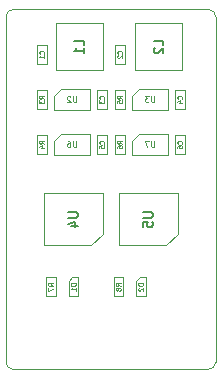
<source format=gbr>
%TF.GenerationSoftware,KiCad,Pcbnew,5.1.5+dfsg1-2~bpo10+1*%
%TF.CreationDate,Date%
%TF.ProjectId,ProMicro_ANA,50726f4d-6963-4726-9f5f-414e412e6b69,v1.0*%
%TF.SameCoordinates,Original*%
%TF.FileFunction,Other,Fab,Bot*%
%FSLAX45Y45*%
G04 Gerber Fmt 4.5, Leading zero omitted, Abs format (unit mm)*
G04 Created by KiCad*
%MOMM*%
%LPD*%
G04 APERTURE LIST*
%ADD10C,0.100000*%
%ADD11C,0.200000*%
%ADD12C,0.060000*%
%ADD13C,0.075000*%
G04 APERTURE END LIST*
D10*
X-63500Y-127000D02*
G75*
G02X-127000Y-63500I0J63500D01*
G01*
X1651000Y-63500D02*
G75*
G02X1587500Y-127000I-63500J0D01*
G01*
X1587500Y2921000D02*
G75*
G02X1651000Y2857500I0J-63500D01*
G01*
X-127000Y2857500D02*
G75*
G02X-63500Y2921000I63500J0D01*
G01*
X-127000Y-63500D02*
X-127000Y2857500D01*
X1587500Y-127000D02*
X-63500Y-127000D01*
X1651000Y2857500D02*
X1651000Y-63500D01*
X-63500Y2921000D02*
X1587500Y2921000D01*
X968400Y2403500D02*
X1368400Y2403500D01*
X968400Y2803500D02*
X1368400Y2803500D01*
X968400Y2803500D02*
X968400Y2403500D01*
X1368400Y2403500D02*
X1368400Y2803500D01*
X295300Y2403500D02*
X695300Y2403500D01*
X295300Y2803500D02*
X695300Y2803500D01*
X295300Y2803500D02*
X295300Y2403500D01*
X695300Y2403500D02*
X695300Y2803500D01*
X1306200Y2239000D02*
X1306200Y2079000D01*
X1386200Y2239000D02*
X1306200Y2239000D01*
X1386200Y2079000D02*
X1386200Y2239000D01*
X1306200Y2079000D02*
X1386200Y2079000D01*
X645800Y2239000D02*
X645800Y2079000D01*
X725800Y2239000D02*
X645800Y2239000D01*
X725800Y2079000D02*
X725800Y2239000D01*
X645800Y2079000D02*
X725800Y2079000D01*
X878200Y2460000D02*
X878200Y2620000D01*
X798200Y2460000D02*
X878200Y2460000D01*
X798200Y2620000D02*
X798200Y2460000D01*
X878200Y2620000D02*
X798200Y2620000D01*
X217800Y2460000D02*
X217800Y2620000D01*
X137800Y2460000D02*
X217800Y2460000D01*
X137800Y2620000D02*
X137800Y2460000D01*
X217800Y2620000D02*
X137800Y2620000D01*
X937200Y1688000D02*
X1247200Y1688000D01*
X1247200Y1688000D02*
X1247200Y1868000D01*
X1002200Y1868000D02*
X1247200Y1868000D01*
X937200Y1688000D02*
X937200Y1803000D01*
X1002200Y1868000D02*
X937200Y1803000D01*
X276800Y1688000D02*
X586800Y1688000D01*
X586800Y1688000D02*
X586800Y1868000D01*
X341800Y1868000D02*
X586800Y1868000D01*
X276800Y1688000D02*
X276800Y1803000D01*
X341800Y1868000D02*
X276800Y1803000D01*
X937200Y2069000D02*
X1247200Y2069000D01*
X1247200Y2069000D02*
X1247200Y2249000D01*
X1002200Y2249000D02*
X1247200Y2249000D01*
X937200Y2069000D02*
X937200Y2184000D01*
X1002200Y2249000D02*
X937200Y2184000D01*
X276800Y2069000D02*
X586800Y2069000D01*
X586800Y2069000D02*
X586800Y2249000D01*
X341800Y2249000D02*
X586800Y2249000D01*
X276800Y2069000D02*
X276800Y2184000D01*
X341800Y2249000D02*
X276800Y2184000D01*
X798200Y1858000D02*
X798200Y1698000D01*
X878200Y1858000D02*
X798200Y1858000D01*
X878200Y1698000D02*
X878200Y1858000D01*
X798200Y1698000D02*
X878200Y1698000D01*
X798200Y2239000D02*
X798200Y2079000D01*
X878200Y2239000D02*
X798200Y2239000D01*
X878200Y2079000D02*
X878200Y2239000D01*
X798200Y2079000D02*
X878200Y2079000D01*
X137800Y1858000D02*
X137800Y1698000D01*
X217800Y1858000D02*
X137800Y1858000D01*
X217800Y1698000D02*
X217800Y1858000D01*
X137800Y1698000D02*
X217800Y1698000D01*
X137800Y2239000D02*
X137800Y2079000D01*
X217800Y2239000D02*
X137800Y2239000D01*
X217800Y2079000D02*
X217800Y2239000D01*
X137800Y2079000D02*
X217800Y2079000D01*
X1056000Y491500D02*
X976000Y491500D01*
X1056000Y651500D02*
X1056000Y491500D01*
X1006000Y651500D02*
X1056000Y651500D01*
X976000Y621500D02*
X1006000Y651500D01*
X976000Y491500D02*
X976000Y621500D01*
X484500Y491500D02*
X404500Y491500D01*
X484500Y651500D02*
X484500Y491500D01*
X434500Y651500D02*
X484500Y651500D01*
X404500Y621500D02*
X434500Y651500D01*
X404500Y491500D02*
X404500Y621500D01*
X785500Y651500D02*
X785500Y491500D01*
X865500Y651500D02*
X785500Y651500D01*
X865500Y491500D02*
X865500Y651500D01*
X785500Y491500D02*
X865500Y491500D01*
X214000Y651500D02*
X214000Y491500D01*
X294000Y651500D02*
X214000Y651500D01*
X294000Y491500D02*
X294000Y651500D01*
X214000Y491500D02*
X294000Y491500D01*
X1386200Y1698000D02*
X1386200Y1858000D01*
X1306200Y1698000D02*
X1386200Y1698000D01*
X1306200Y1858000D02*
X1306200Y1698000D01*
X1386200Y1858000D02*
X1306200Y1858000D01*
X725800Y1698000D02*
X725800Y1858000D01*
X645800Y1698000D02*
X725800Y1698000D01*
X645800Y1858000D02*
X645800Y1698000D01*
X725800Y1858000D02*
X645800Y1858000D01*
X1229500Y923000D02*
X1329500Y1023000D01*
X829500Y923000D02*
X1229500Y923000D01*
X829500Y1363000D02*
X829500Y923000D01*
X1329500Y1363000D02*
X829500Y1363000D01*
X1329500Y1023000D02*
X1329500Y1363000D01*
X594500Y923000D02*
X694500Y1023000D01*
X194500Y923000D02*
X594500Y923000D01*
X194500Y1363000D02*
X194500Y923000D01*
X694500Y1363000D02*
X194500Y1363000D01*
X694500Y1023000D02*
X694500Y1363000D01*
D11*
X1204590Y2616833D02*
X1204590Y2654929D01*
X1124590Y2654929D01*
X1132210Y2593976D02*
X1128400Y2590167D01*
X1124590Y2582548D01*
X1124590Y2563500D01*
X1128400Y2555881D01*
X1132210Y2552072D01*
X1139829Y2548262D01*
X1147448Y2548262D01*
X1158876Y2552072D01*
X1204590Y2597786D01*
X1204590Y2548262D01*
X531490Y2616833D02*
X531490Y2654929D01*
X451490Y2654929D01*
X531490Y2548262D02*
X531490Y2593976D01*
X531490Y2571119D02*
X451490Y2571119D01*
X462919Y2578738D01*
X470538Y2586357D01*
X474348Y2593976D01*
D12*
X1360486Y2165667D02*
X1362390Y2167572D01*
X1364295Y2173286D01*
X1364295Y2177095D01*
X1362390Y2182810D01*
X1358581Y2186619D01*
X1354771Y2188524D01*
X1347152Y2190429D01*
X1341438Y2190429D01*
X1333819Y2188524D01*
X1330010Y2186619D01*
X1326200Y2182810D01*
X1324295Y2177095D01*
X1324295Y2173286D01*
X1326200Y2167572D01*
X1328105Y2165667D01*
X1337629Y2131381D02*
X1364295Y2131381D01*
X1322390Y2140905D02*
X1350962Y2150429D01*
X1350962Y2125667D01*
X700086Y2165667D02*
X701990Y2167572D01*
X703895Y2173286D01*
X703895Y2177095D01*
X701990Y2182810D01*
X698181Y2186619D01*
X694371Y2188524D01*
X686752Y2190429D01*
X681038Y2190429D01*
X673419Y2188524D01*
X669610Y2186619D01*
X665800Y2182810D01*
X663895Y2177095D01*
X663895Y2173286D01*
X665800Y2167572D01*
X667705Y2165667D01*
X663895Y2152333D02*
X663895Y2127572D01*
X679133Y2140905D01*
X679133Y2135191D01*
X681038Y2131381D01*
X682943Y2129476D01*
X686752Y2127572D01*
X696276Y2127572D01*
X700086Y2129476D01*
X701990Y2131381D01*
X703895Y2135191D01*
X703895Y2146619D01*
X701990Y2150429D01*
X700086Y2152333D01*
X852486Y2546667D02*
X854390Y2548572D01*
X856295Y2554286D01*
X856295Y2558095D01*
X854390Y2563810D01*
X850581Y2567619D01*
X846771Y2569524D01*
X839152Y2571429D01*
X833438Y2571429D01*
X825819Y2569524D01*
X822009Y2567619D01*
X818200Y2563810D01*
X816295Y2558095D01*
X816295Y2554286D01*
X818200Y2548572D01*
X820105Y2546667D01*
X820105Y2531429D02*
X818200Y2529524D01*
X816295Y2525714D01*
X816295Y2516191D01*
X818200Y2512381D01*
X820105Y2510476D01*
X823914Y2508572D01*
X827724Y2508572D01*
X833438Y2510476D01*
X856295Y2533333D01*
X856295Y2508572D01*
X192086Y2546667D02*
X193990Y2548572D01*
X195895Y2554286D01*
X195895Y2558095D01*
X193990Y2563810D01*
X190181Y2567619D01*
X186371Y2569524D01*
X178752Y2571429D01*
X173038Y2571429D01*
X165419Y2569524D01*
X161610Y2567619D01*
X157800Y2563810D01*
X155895Y2558095D01*
X155895Y2554286D01*
X157800Y2548572D01*
X159705Y2546667D01*
X195895Y2508572D02*
X195895Y2531429D01*
X195895Y2520000D02*
X155895Y2520000D01*
X161610Y2523810D01*
X165419Y2527619D01*
X167324Y2531429D01*
D13*
X1130295Y1805381D02*
X1130295Y1764905D01*
X1127914Y1760143D01*
X1125533Y1757762D01*
X1120771Y1755381D01*
X1111248Y1755381D01*
X1106486Y1757762D01*
X1104105Y1760143D01*
X1101724Y1764905D01*
X1101724Y1805381D01*
X1082676Y1805381D02*
X1049343Y1805381D01*
X1070771Y1755381D01*
X469895Y1805381D02*
X469895Y1764905D01*
X467514Y1760143D01*
X465133Y1757762D01*
X460371Y1755381D01*
X450848Y1755381D01*
X446086Y1757762D01*
X443705Y1760143D01*
X441324Y1764905D01*
X441324Y1805381D01*
X396086Y1805381D02*
X405609Y1805381D01*
X410371Y1803000D01*
X412752Y1800619D01*
X417514Y1793476D01*
X419895Y1783952D01*
X419895Y1764905D01*
X417514Y1760143D01*
X415133Y1757762D01*
X410371Y1755381D01*
X400848Y1755381D01*
X396086Y1757762D01*
X393705Y1760143D01*
X391324Y1764905D01*
X391324Y1776810D01*
X393705Y1781571D01*
X396086Y1783952D01*
X400848Y1786333D01*
X410371Y1786333D01*
X415133Y1783952D01*
X417514Y1781571D01*
X419895Y1776810D01*
X1130295Y2186381D02*
X1130295Y2145905D01*
X1127914Y2141143D01*
X1125533Y2138762D01*
X1120771Y2136381D01*
X1111248Y2136381D01*
X1106486Y2138762D01*
X1104105Y2141143D01*
X1101724Y2145905D01*
X1101724Y2186381D01*
X1082676Y2186381D02*
X1051724Y2186381D01*
X1068390Y2167333D01*
X1061248Y2167333D01*
X1056486Y2164952D01*
X1054105Y2162572D01*
X1051724Y2157810D01*
X1051724Y2145905D01*
X1054105Y2141143D01*
X1056486Y2138762D01*
X1061248Y2136381D01*
X1075533Y2136381D01*
X1080295Y2138762D01*
X1082676Y2141143D01*
X469895Y2186381D02*
X469895Y2145905D01*
X467514Y2141143D01*
X465133Y2138762D01*
X460371Y2136381D01*
X450848Y2136381D01*
X446086Y2138762D01*
X443705Y2141143D01*
X441324Y2145905D01*
X441324Y2186381D01*
X419895Y2181619D02*
X417514Y2184000D01*
X412752Y2186381D01*
X400848Y2186381D01*
X396086Y2184000D01*
X393705Y2181619D01*
X391324Y2176857D01*
X391324Y2172095D01*
X393705Y2164952D01*
X422276Y2136381D01*
X391324Y2136381D01*
D12*
X856295Y1784667D02*
X837248Y1798000D01*
X856295Y1807524D02*
X816295Y1807524D01*
X816295Y1792286D01*
X818200Y1788476D01*
X820105Y1786571D01*
X823914Y1784667D01*
X829628Y1784667D01*
X833438Y1786571D01*
X835343Y1788476D01*
X837248Y1792286D01*
X837248Y1807524D01*
X816295Y1750381D02*
X816295Y1758000D01*
X818200Y1761810D01*
X820105Y1763714D01*
X825819Y1767524D01*
X833438Y1769429D01*
X848676Y1769429D01*
X852486Y1767524D01*
X854390Y1765619D01*
X856295Y1761810D01*
X856295Y1754190D01*
X854390Y1750381D01*
X852486Y1748476D01*
X848676Y1746571D01*
X839152Y1746571D01*
X835343Y1748476D01*
X833438Y1750381D01*
X831533Y1754190D01*
X831533Y1761810D01*
X833438Y1765619D01*
X835343Y1767524D01*
X839152Y1769429D01*
X856295Y2165667D02*
X837248Y2179000D01*
X856295Y2188524D02*
X816295Y2188524D01*
X816295Y2173286D01*
X818200Y2169476D01*
X820105Y2167572D01*
X823914Y2165667D01*
X829628Y2165667D01*
X833438Y2167572D01*
X835343Y2169476D01*
X837248Y2173286D01*
X837248Y2188524D01*
X816295Y2129476D02*
X816295Y2148524D01*
X835343Y2150429D01*
X833438Y2148524D01*
X831533Y2144714D01*
X831533Y2135191D01*
X833438Y2131381D01*
X835343Y2129476D01*
X839152Y2127572D01*
X848676Y2127572D01*
X852486Y2129476D01*
X854390Y2131381D01*
X856295Y2135191D01*
X856295Y2144714D01*
X854390Y2148524D01*
X852486Y2150429D01*
X195895Y1784667D02*
X176848Y1798000D01*
X195895Y1807524D02*
X155895Y1807524D01*
X155895Y1792286D01*
X157800Y1788476D01*
X159705Y1786571D01*
X163514Y1784667D01*
X169229Y1784667D01*
X173038Y1786571D01*
X174943Y1788476D01*
X176848Y1792286D01*
X176848Y1807524D01*
X169229Y1750381D02*
X195895Y1750381D01*
X153990Y1759905D02*
X182562Y1769429D01*
X182562Y1744667D01*
X195895Y2165667D02*
X176848Y2179000D01*
X195895Y2188524D02*
X155895Y2188524D01*
X155895Y2173286D01*
X157800Y2169476D01*
X159705Y2167572D01*
X163514Y2165667D01*
X169229Y2165667D01*
X173038Y2167572D01*
X174943Y2169476D01*
X176848Y2173286D01*
X176848Y2188524D01*
X155895Y2152333D02*
X155895Y2127572D01*
X171133Y2140905D01*
X171133Y2135191D01*
X173038Y2131381D01*
X174943Y2129476D01*
X178752Y2127572D01*
X188276Y2127572D01*
X192086Y2129476D01*
X193990Y2131381D01*
X195895Y2135191D01*
X195895Y2146619D01*
X193990Y2150429D01*
X192086Y2152333D01*
X1034095Y601024D02*
X994095Y601024D01*
X994095Y591500D01*
X996000Y585786D01*
X999809Y581976D01*
X1003619Y580072D01*
X1011238Y578167D01*
X1016952Y578167D01*
X1024571Y580072D01*
X1028381Y581976D01*
X1032190Y585786D01*
X1034095Y591500D01*
X1034095Y601024D01*
X997905Y562929D02*
X996000Y561024D01*
X994095Y557214D01*
X994095Y547691D01*
X996000Y543881D01*
X997905Y541976D01*
X1001714Y540072D01*
X1005524Y540072D01*
X1011238Y541976D01*
X1034095Y564833D01*
X1034095Y540072D01*
X462595Y601024D02*
X422595Y601024D01*
X422595Y591500D01*
X424500Y585786D01*
X428309Y581976D01*
X432119Y580072D01*
X439738Y578167D01*
X445452Y578167D01*
X453071Y580072D01*
X456881Y581976D01*
X460690Y585786D01*
X462595Y591500D01*
X462595Y601024D01*
X462595Y540072D02*
X462595Y562929D01*
X462595Y551500D02*
X422595Y551500D01*
X428309Y555310D01*
X432119Y559119D01*
X434024Y562929D01*
X843595Y578167D02*
X824548Y591500D01*
X843595Y601024D02*
X803595Y601024D01*
X803595Y585786D01*
X805500Y581976D01*
X807405Y580072D01*
X811214Y578167D01*
X816928Y578167D01*
X820738Y580072D01*
X822643Y581976D01*
X824548Y585786D01*
X824548Y601024D01*
X820738Y555310D02*
X818833Y559119D01*
X816928Y561024D01*
X813119Y562929D01*
X811214Y562929D01*
X807405Y561024D01*
X805500Y559119D01*
X803595Y555310D01*
X803595Y547691D01*
X805500Y543881D01*
X807405Y541976D01*
X811214Y540072D01*
X813119Y540072D01*
X816928Y541976D01*
X818833Y543881D01*
X820738Y547691D01*
X820738Y555310D01*
X822643Y559119D01*
X824548Y561024D01*
X828357Y562929D01*
X835976Y562929D01*
X839786Y561024D01*
X841690Y559119D01*
X843595Y555310D01*
X843595Y547691D01*
X841690Y543881D01*
X839786Y541976D01*
X835976Y540072D01*
X828357Y540072D01*
X824548Y541976D01*
X822643Y543881D01*
X820738Y547691D01*
X272095Y578167D02*
X253048Y591500D01*
X272095Y601024D02*
X232095Y601024D01*
X232095Y585786D01*
X234000Y581976D01*
X235905Y580072D01*
X239714Y578167D01*
X245428Y578167D01*
X249238Y580072D01*
X251143Y581976D01*
X253048Y585786D01*
X253048Y601024D01*
X232095Y564833D02*
X232095Y538167D01*
X272095Y555310D01*
X1360486Y1784667D02*
X1362390Y1786571D01*
X1364295Y1792286D01*
X1364295Y1796095D01*
X1362390Y1801810D01*
X1358581Y1805619D01*
X1354771Y1807524D01*
X1347152Y1809429D01*
X1341438Y1809429D01*
X1333819Y1807524D01*
X1330010Y1805619D01*
X1326200Y1801810D01*
X1324295Y1796095D01*
X1324295Y1792286D01*
X1326200Y1786571D01*
X1328105Y1784667D01*
X1324295Y1750381D02*
X1324295Y1758000D01*
X1326200Y1761810D01*
X1328105Y1763714D01*
X1333819Y1767524D01*
X1341438Y1769429D01*
X1356676Y1769429D01*
X1360486Y1767524D01*
X1362390Y1765619D01*
X1364295Y1761810D01*
X1364295Y1754190D01*
X1362390Y1750381D01*
X1360486Y1748476D01*
X1356676Y1746571D01*
X1347152Y1746571D01*
X1343343Y1748476D01*
X1341438Y1750381D01*
X1339533Y1754190D01*
X1339533Y1761810D01*
X1341438Y1765619D01*
X1343343Y1767524D01*
X1347152Y1769429D01*
X700086Y1784667D02*
X701990Y1786571D01*
X703895Y1792286D01*
X703895Y1796095D01*
X701990Y1801810D01*
X698181Y1805619D01*
X694371Y1807524D01*
X686752Y1809429D01*
X681038Y1809429D01*
X673419Y1807524D01*
X669610Y1805619D01*
X665800Y1801810D01*
X663895Y1796095D01*
X663895Y1792286D01*
X665800Y1786571D01*
X667705Y1784667D01*
X663895Y1748476D02*
X663895Y1767524D01*
X682943Y1769429D01*
X681038Y1767524D01*
X679133Y1763714D01*
X679133Y1754190D01*
X681038Y1750381D01*
X682943Y1748476D01*
X686752Y1746571D01*
X696276Y1746571D01*
X700086Y1748476D01*
X701990Y1750381D01*
X703895Y1754190D01*
X703895Y1763714D01*
X701990Y1767524D01*
X700086Y1769429D01*
D11*
X1035690Y1203952D02*
X1100452Y1203952D01*
X1108071Y1200143D01*
X1111881Y1196333D01*
X1115690Y1188714D01*
X1115690Y1173476D01*
X1111881Y1165857D01*
X1108071Y1162048D01*
X1100452Y1158238D01*
X1035690Y1158238D01*
X1035690Y1082048D02*
X1035690Y1120143D01*
X1073786Y1123952D01*
X1069976Y1120143D01*
X1066167Y1112524D01*
X1066167Y1093476D01*
X1069976Y1085857D01*
X1073786Y1082048D01*
X1081405Y1078238D01*
X1100452Y1078238D01*
X1108071Y1082048D01*
X1111881Y1085857D01*
X1115690Y1093476D01*
X1115690Y1112524D01*
X1111881Y1120143D01*
X1108071Y1123952D01*
X400690Y1203952D02*
X465452Y1203952D01*
X473071Y1200143D01*
X476881Y1196333D01*
X480690Y1188714D01*
X480690Y1173476D01*
X476881Y1165857D01*
X473071Y1162048D01*
X465452Y1158238D01*
X400690Y1158238D01*
X427357Y1085857D02*
X480690Y1085857D01*
X396881Y1104905D02*
X454024Y1123952D01*
X454024Y1074429D01*
M02*

</source>
